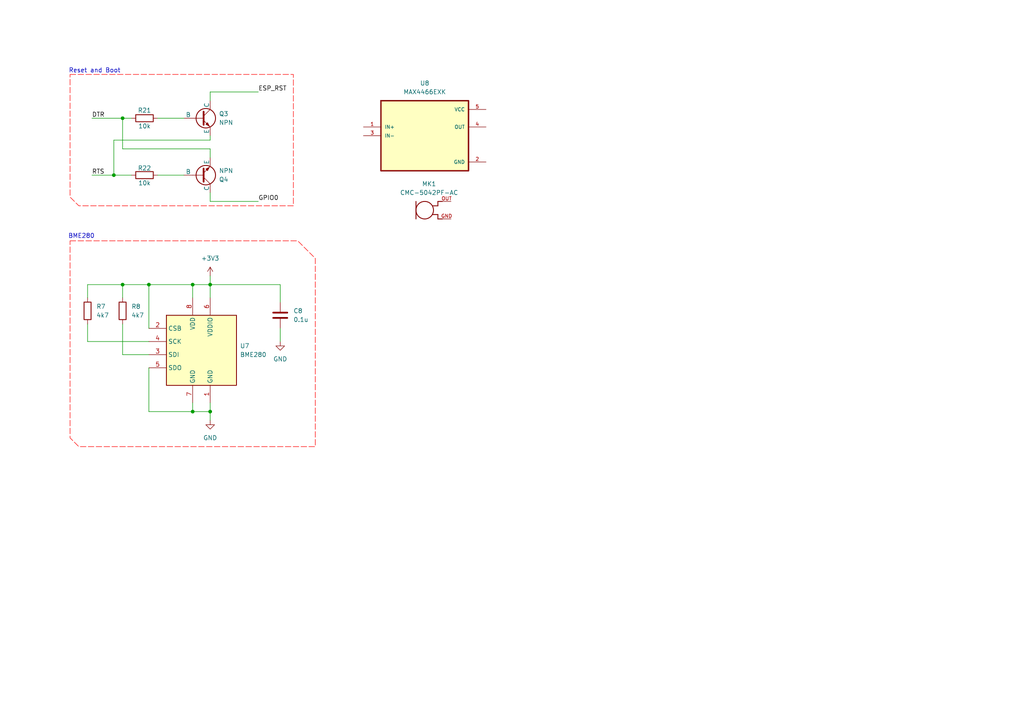
<source format=kicad_sch>
(kicad_sch (version 20250114) (generator "eeschema") (generator_version "9.0")
  (paper "A4")
  (title_block (title "ESP32 Based IoT Hardware-Sensor Interfaces") (date "2025-11-04") (rev "Khoa Doan"))
  (lib_symbols
    (symbol "CMC-5042PF-AC:CMC-5042PF-AC" (pin_names (offset 1.016))
      (property "Reference" "MK" (at -2.5424 5.0848 0))
      (property "Value" "CMC-5042PF-AC" (at -2.5442 -6.3606 0))
      (symbol "CMC-5042PF-AC_0_0"
        (polyline (pts (xy -2.54 2.54) (xy -2.54 -2.54)) (stroke (width 0.254)))
        (circle (center 0 0) (radius 2.54) (stroke (width 0.254)))
        (polyline (pts (xy 3.81 2.54) (xy 3.81 1.27)) (stroke (width 0.254)))
        (polyline (pts (xy 3.81 1.27) (xy 2.2352 1.27)) (stroke (width 0.254)))
        (polyline (pts (xy 3.81 -1.27) (xy 2.2352 -1.27)) (stroke (width 0.254)))
        (polyline (pts (xy 3.81 -2.54) (xy 3.81 -1.27)) (stroke (width 0.254)))
        (polyline (pts (xy 5.08 2.54) (xy 3.81 2.54)) (stroke (width 0.254)))
        (polyline (pts (xy 5.08 -2.54) (xy 3.81 -2.54)) (stroke (width 0.254)))
        (pin output line (at 7.62 2.54 180) (length 2.54) (name "~") (number "OUT"))
        (pin power_in line (at 7.62 -2.54 180) (length 2.54) (name "~") (number "GND"))
      )
    )
    (symbol "Device:C" (pin_numbers (hide yes)) (pin_names (offset 0.254))
      (property "Reference" "C" (at 0.635 2.54 0))
      (property "Value" "C" (at 0.635 -2.54 0))
      (symbol "C_0_1"
        (polyline (pts (xy -2.032 0.762) (xy 2.032 0.762)) (stroke (width 0.508)))
        (polyline (pts (xy -2.032 -0.762) (xy 2.032 -0.762)) (stroke (width 0.508)))
      )
      (symbol "C_1_1"
        (pin passive line (at 0 3.81 270) (length 2.794) (name "~") (number "1"))
        (pin passive line (at 0 -3.81 90) (length 2.794) (name "~") (number "2"))
      )
    )
    (symbol "Device:R" (pin_numbers (hide yes)) (pin_names (offset 0))
      (property "Reference" "R" (at 2.032 0 90))
      (property "Value" "R" (at 0 0 90))
      (symbol "R_0_1"
        (rectangle (start -1.016 -2.54) (end 1.016 2.54) (stroke (width 0.254)))
      )
      (symbol "R_1_1"
        (pin passive line (at 0 3.81 270) (length 1.27) (name "~") (number "1"))
        (pin passive line (at 0 -3.81 90) (length 1.27) (name "~") (number "2"))
      )
    )
    (symbol "MAX4466EXK:MAX4466EXK" (pin_names (offset 1.016))
      (property "Reference" "U" (at -12.7 11.16 0))
      (property "Value" "MAX4466EXK" (at -12.7 -14.16 0))
      (symbol "MAX4466EXK_0_0"
        (rectangle (start -12.7 -10.16) (end 12.7 10.16) (stroke (width 0.41)) (fill (type background)))
        (pin input line (at -17.78 2.54 0) (length 5.08) (name "IN+") (number "1"))
        (pin input line (at -17.78 0 0) (length 5.08) (name "IN-") (number "3"))
        (pin power_in line (at 17.78 7.62 180) (length 5.08) (name "VCC") (number "5"))
        (pin output line (at 17.78 2.54 180) (length 5.08) (name "OUT") (number "4"))
        (pin power_in line (at 17.78 -7.62 180) (length 5.08) (name "GND") (number "2"))
      )
    )
    (symbol "Sensor:BME280"
      (property "Reference" "U7" (at -11.43 1.2701 0))
      (property "Value" "BME280" (at -11.43 -1.2699 0))
      (symbol "BME280_0_1"
        (rectangle (start -10.16 10.16) (end 10.16 -10.16) (stroke (width 0.254)) (fill (type background)))
      )
      (symbol "BME280_1_1"
        (pin power_in line (at -2.54 15.24 270) (length 5.08) (name "VDDIO") (number "6"))
        (pin power_in line (at -2.54 -15.24 90) (length 5.08) (name "GND") (number "1"))
        (pin power_in line (at 2.54 15.24 270) (length 5.08) (name "VDD") (number "8"))
        (pin power_in line (at 2.54 -15.24 90) (length 5.08) (name "GND") (number "7"))
        (pin input line (at 15.24 6.35 180) (length 5.08) (name "CSB") (number "2"))
        (pin input line (at 15.24 2.54 180) (length 5.08) (name "SCK") (number "4"))
        (pin bidirectional line (at 15.24 -1.27 180) (length 5.08) (name "SDI") (number "3"))
        (pin bidirectional line (at 15.24 -5.08 180) (length 5.08) (name "SDO") (number "5"))
      )
    )
    (symbol "Simulation_SPICE:NPN" (pin_numbers (hide yes)) (pin_names (offset 0))
      (property "Reference" "Q" (at -2.54 7.62 0))
      (property "Value" "NPN" (at -2.54 5.08 0))
      (symbol "NPN_0_1"
        (polyline (pts (xy -2.54 0) (xy 0.635 0)) (stroke (width 0.1524)))
        (polyline (pts (xy 0.635 1.905) (xy 0.635 -1.905) (xy 0.635 -1.905)) (stroke (width 0.508)))
        (polyline (pts (xy 0.635 0.635) (xy 2.54 2.54)))
        (polyline (pts (xy 0.635 -0.635) (xy 2.54 -2.54) (xy 2.54 -2.54)))
        (circle (center 1.27 0) (radius 2.8194) (stroke (width 0.254)))
        (polyline (pts (xy 1.27 -1.778) (xy 1.778 -1.27) (xy 2.286 -2.286) (xy 1.27 -1.778) (xy 1.27 -1.778)) (fill (type outline)))
        (polyline (pts (xy 2.794 -1.27) (xy 2.794 -1.27)) (stroke (width 0.1524)))
        (polyline (pts (xy 2.794 -1.27) (xy 2.794 -1.27)) (stroke (width 0.1524)))
      )
      (symbol "NPN_1_1"
        (pin input line (at -5.08 0 0) (length 2.54) (name "B") (number "2"))
        (pin open_collector line (at 2.54 5.08 270) (length 2.54) (name "C") (number "1"))
        (pin open_emitter line (at 2.54 -5.08 90) (length 2.54) (name "E") (number "3"))
      )
    )
    (symbol "power:+3V3" (power) (pin_numbers (hide yes)) (pin_names (offset 0) (hide yes))
      (property "Value" "+3V3" (at 0 3.556 0))
      (symbol "+3V3_0_1"
        (polyline (pts (xy -0.762 1.27) (xy 0 2.54)))
        (polyline (pts (xy 0 2.54) (xy 0.762 1.27)))
        (polyline (pts (xy 0 0) (xy 0 2.54)))
      )
      (symbol "+3V3_1_1"
        (pin power_in line (at 0 0 90) (length 0) (name "~") (number "1"))
      )
    )
    (symbol "power:GND" (power) (pin_numbers (hide yes)) (pin_names (offset 0) (hide yes))
      (property "Value" "GND" (at 0 -3.81 0))
      (symbol "GND_0_1"
        (polyline (pts (xy 0 0) (xy 0 -1.27) (xy 1.27 -1.27) (xy 0 -2.54) (xy -1.27 -1.27) (xy 0 -1.27)))
      )
      (symbol "GND_1_1"
        (pin power_in line (at 0 0 270) (length 0) (name "~") (number "1"))
      )
    )
  )
  (text "BME280" (at 23.622 68.58 0) (effects (font (size 1.27 1.27))))
  (text "Reset and Boot " (at 27.94 20.574 0) (effects (font (size 1.27 1.27))))
  (junction (at 55.88 119.38))
  (junction (at 33.02 50.8))
  (junction (at 35.56 34.29))
  (junction (at 60.96 82.55))
  (junction (at 55.88 82.55))
  (junction (at 43.18 82.55))
  (junction (at 60.96 119.38))
  (junction (at 35.56 82.55))
  (wire (pts (xy 45.72 50.8) (xy 53.34 50.8)))
  (wire (pts (xy 60.96 26.67) (xy 74.93 26.67)))
  (wire (pts (xy 60.96 43.18) (xy 35.56 43.18)))
  (wire (pts (xy 25.4 93.98) (xy 25.4 99.06)))
  (wire (pts (xy 60.96 39.37) (xy 60.96 40.64)))
  (wire (pts (xy 55.88 116.84) (xy 55.88 119.38)))
  (wire (pts (xy 60.96 116.84) (xy 60.96 119.38)))
  (wire (pts (xy 33.02 50.8) (xy 38.1 50.8)))
  (wire (pts (xy 25.4 86.36) (xy 25.4 82.55)))
  (wire (pts (xy 35.56 82.55) (xy 43.18 82.55)))
  (wire (pts (xy 45.72 34.29) (xy 53.34 34.29)))
  (wire (pts (xy 25.4 82.55) (xy 35.56 82.55)))
  (wire (pts (xy 55.88 119.38) (xy 43.18 119.38)))
  (wire (pts (xy 35.56 102.87) (xy 43.18 102.87)))
  (wire (pts (xy 55.88 82.55) (xy 60.96 82.55)))
  (wire (pts (xy 43.18 82.55) (xy 55.88 82.55)))
  (wire (pts (xy 43.18 95.25) (xy 43.18 82.55)))
  (wire (pts (xy 55.88 86.36) (xy 55.88 82.55)))
  (wire (pts (xy 60.96 29.21) (xy 60.96 26.67)))
  (wire (pts (xy 26.67 34.29) (xy 35.56 34.29)))
  (wire (pts (xy 33.02 40.64) (xy 33.02 50.8)))
  (wire (pts (xy 60.96 40.64) (xy 33.02 40.64)))
  (wire (pts (xy 60.96 45.72) (xy 60.96 43.18)))
  (wire (pts (xy 26.67 50.8) (xy 33.02 50.8)))
  (wire (pts (xy 55.88 119.38) (xy 60.96 119.38)))
  (wire (pts (xy 43.18 119.38) (xy 43.18 106.68)))
  (wire (pts (xy 25.4 99.06) (xy 43.18 99.06)))
  (wire (pts (xy 35.56 86.36) (xy 35.56 82.55)))
  (wire (pts (xy 60.96 55.88) (xy 60.96 58.42)))
  (wire (pts (xy 60.96 58.42) (xy 74.93 58.42)))
  (wire (pts (xy 60.96 80.01) (xy 60.96 82.55)))
  (wire (pts (xy 81.28 87.63) (xy 81.28 82.55)))
  (wire (pts (xy 35.56 43.18) (xy 35.56 34.29)))
  (wire (pts (xy 35.56 34.29) (xy 38.1 34.29)))
  (wire (pts (xy 81.28 82.55) (xy 60.96 82.55)))
  (wire (pts (xy 60.96 119.38) (xy 60.96 121.92)))
  (wire (pts (xy 35.56 93.98) (xy 35.56 102.87)))
  (wire (pts (xy 60.96 82.55) (xy 60.96 86.36)))
  (wire (pts (xy 81.28 95.25) (xy 81.28 99.06)))
  (label "RTS" (at 26.67 50.8 0))
  (label "DTR" (at 26.67 34.29 0))
  (label "GPIO0" (at 74.93 58.42 0))
  (label "ESP_RST" (at 74.93 26.67 0))
  (rule_area (polyline (pts (xy 20.32 21.59) (xy 85.09 21.59) (xy 85.09 59.69) (xy 22.86 59.69) (xy 20.32 57.15)) (stroke (width 0) (type dash))))
  (rule_area (polyline (pts (xy 20.32 69.85) (xy 86.36 69.85) (xy 91.44 74.93) (xy 91.44 129.54) (xy 22.86 129.54) (xy 20.32 127)) (stroke (width 0) (type dash))))
  (symbol (lib_id "Device:R") (at 35.56 90.17 0) (unit 1)
    (property "Reference" "R8" (at 38.1 88.8999 0) (effects (justify left)))
    (property "Value" "4k7" (at 38.1 91.4399 0) (effects (justify left)))
    (property "Description" "Resistor" (effects (hide yes)))
  )
  (symbol (lib_id "power:GND") (at 60.96 121.92 0) (unit 1)
    (property "Reference" "#PWR034" (effects (hide yes)))
    (property "Value" "GND" (at 60.96 127 0))
    (property "Description" "Power symbol creates a global label with name \"GND\" , ground" (effects (hide yes)))
  )
  (symbol (lib_id "Device:R") (at 41.91 50.8 90) (unit 1)
    (property "Reference" "R22" (at 41.91 48.768 90))
    (property "Value" "10k" (at 41.91 53.086 90))
    (property "Description" "Resistor" (effects (hide yes)))
  )
  (symbol (lib_id "Sensor:BME280") (at 58.42 101.6 0) (mirror y) (unit 1)
    (property "Reference" "U7" (at 69.596 100.33 0) (effects (justify right)))
    (property "Value" "BME280" (at 69.596 102.87 0) (effects (justify right)))
    (property "Footprint" "Package_LGA:Bosch_LGA-8_2.5x2.5mm_P0.65mm_ClockwisePinNumbering" (effects (hide yes)))
    (property "Datasheet" "https://www.bosch-sensortec.com/media/boschsensortec/downloads/datasheets/bst-bme280-ds002.pdf" (effects (hide yes)))
    (property "Description" "3-in-1 sensor, humidity, pressure, temperature, I2C and SPI interface, 1.71-3.6V, LGA-8" (effects (hide yes)))
  )
  (symbol (lib_id "Simulation_SPICE:NPN") (at 58.42 34.29 0) (unit 1)
    (property "Reference" "Q3" (at 63.5 33.0199 0) (effects (justify left)))
    (property "Value" "NPN" (at 63.5 35.5599 0) (effects (justify left)))
    (property "Footprint" "L8050QLT1G:SOT230P700X180-4N" (effects (hide yes)))
    (property "Datasheet" "https://ngspice.sourceforge.io/docs/ngspice-html-manual/manual.xhtml#cha_BJTs" (effects (hide yes)))
    (property "Description" "Bipolar transistor symbol for simulation only, substrate tied to the emitter" (effects (hide yes)))
    (property "Sim.Device" "NPN" (effects (hide yes)))
    (property "Sim.Type" "GUMMELPOON" (effects (hide yes)))
    (property "Sim.Pins" "1=C 2=B 3=E" (effects (hide yes)))
  )
  (symbol (lib_id "power:+3V3") (at 60.96 80.01 0) (unit 1)
    (property "Reference" "#PWR033" (effects (hide yes)))
    (property "Value" "+3V3" (at 60.96 74.93 0))
    (property "Description" "Power symbol creates a global label with name \"+3V3\"" (effects (hide yes)))
  )
  (symbol (lib_id "MAX4466EXK:MAX4466EXK") (at 123.19 39.37 0) (unit 1)
    (property "Reference" "U8" (at 123.19 24.13 0))
    (property "Value" "MAX4466EXK" (at 123.19 26.67 0))
    (property "Footprint" "MAX4466EXK:SOT65P210X110-5N" (effects (hide yes)))
    (property "MF" "Analog Devices" (effects (hide yes)))
    (property "Description_1" "Amplifier IC 1-Channel (Mono) Class AB SC-70-5" (effects (hide yes)))
    (property "Package" "SC-70-5 Maxim" (effects (hide yes)))
    (property "Price" "None" (effects (hide yes)))
    (property "SnapEDA_Link" "https://www.snapeda.com/parts/MAX4466EXK/Analog+Devices/view-part/?ref=snap" (effects (hide yes)))
    (property "MP" "MAX4466EXK" (effects (hide yes)))
    (property "Availability" "In Stock" (effects (hide yes)))
    (property "Check_prices" "https://www.snapeda.com/parts/MAX4466EXK/Analog+Devices/view-part/?ref=eda" (effects (hide yes)))
  )
  (symbol (lib_id "Device:R") (at 41.91 34.29 90) (unit 1)
    (property "Reference" "R21" (at 41.91 32.004 90))
    (property "Value" "10k" (at 41.91 36.576 90))
    (property "Description" "Resistor" (effects (hide yes)))
  )
  (symbol (lib_id "power:GND") (at 81.28 99.06 0) (unit 1)
    (property "Reference" "#PWR035" (effects (hide yes)))
    (property "Value" "GND" (at 81.28 104.14 0))
    (property "Description" "Power symbol creates a global label with name \"GND\" , ground" (effects (hide yes)))
  )
  (symbol (lib_id "Device:R") (at 25.4 90.17 0) (unit 1)
    (property "Reference" "R7" (at 27.94 88.8999 0) (effects (justify left)))
    (property "Value" "4k7" (at 27.94 91.4399 0) (effects (justify left)))
    (property "Description" "Resistor" (effects (hide yes)))
  )
  (symbol (lib_id "CMC-5042PF-AC:CMC-5042PF-AC") (at 123.19 60.96 0) (unit 1)
    (property "Reference" "MK1" (at 124.46 53.34 0))
    (property "Value" "CMC-5042PF-AC" (at 124.46 55.88 0))
    (property "Footprint" "CMC-5042PF-AC:CUI_CMC-5042PF-AC" (effects (hide yes)))
    (property "MF" "Same Sky" (effects (hide yes)))
    (property "Description_1" "6.0 mm, Omnidirectional, PCB Mount, 2.0 Vdc, Electret Condenser Microphone" (effects (hide yes)))
    (property "Package" "None" (effects (hide yes)))
    (property "Price" "None" (effects (hide yes)))
    (property "Check_prices" "https://www.snapeda.com/parts/CMC-5042PF-AC/Same+Sky/view-part/?ref=eda" (effects (hide yes)))
    (property "STANDARD" "Manufacturer recommendations" (effects (hide yes)))
    (property "SnapEDA_Link" "https://www.snapeda.com/parts/CMC-5042PF-AC/Same+Sky/view-part/?ref=snap" (effects (hide yes)))
    (property "MP" "CMC-5042PF-AC" (effects (hide yes)))
    (property "Availability" "In Stock" (effects (hide yes)))
    (property "MANUFACTURER" "CUI INC" (effects (hide yes)))
  )
  (symbol (lib_id "Device:C") (at 81.28 91.44 0) (unit 1)
    (property "Reference" "C8" (at 85.09 90.1699 0) (effects (justify left)))
    (property "Value" "0.1u" (at 85.09 92.7099 0) (effects (justify left)))
    (property "Description" "Unpolarized capacitor" (effects (hide yes)))
  )
  (symbol (lib_id "Simulation_SPICE:NPN") (at 58.42 50.8 0) (mirror x) (unit 1)
    (property "Reference" "Q4" (at 63.5 52.0701 0) (effects (justify left)))
    (property "Value" "NPN" (at 63.5 49.5301 0) (effects (justify left)))
    (property "Footprint" "L8050QLT1G:SOT230P700X180-4N" (effects (hide yes)))
    (property "Datasheet" "https://ngspice.sourceforge.io/docs/ngspice-html-manual/manual.xhtml#cha_BJTs" (effects (hide yes)))
    (property "Description" "Bipolar transistor symbol for simulation only, substrate tied to the emitter" (effects (hide yes)))
    (property "Sim.Device" "NPN" (effects (hide yes)))
    (property "Sim.Type" "GUMMELPOON" (effects (hide yes)))
    (property "Sim.Pins" "1=C 2=B 3=E" (effects (hide yes)))
  )
)
</source>
